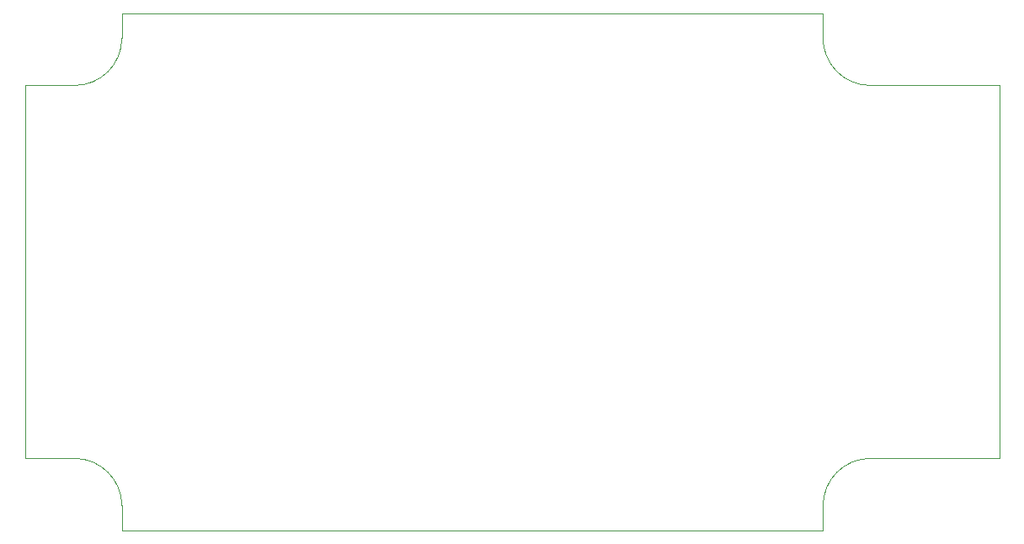
<source format=gbr>
%TF.GenerationSoftware,KiCad,Pcbnew,7.0.5*%
%TF.CreationDate,2023-12-19T11:27:29+01:00*%
%TF.ProjectId,RemoteDevice,52656d6f-7465-4446-9576-6963652e6b69,rev?*%
%TF.SameCoordinates,Original*%
%TF.FileFunction,Profile,NP*%
%FSLAX46Y46*%
G04 Gerber Fmt 4.6, Leading zero omitted, Abs format (unit mm)*
G04 Created by KiCad (PCBNEW 7.0.5) date 2023-12-19 11:27:29*
%MOMM*%
%LPD*%
G01*
G04 APERTURE LIST*
%TA.AperFunction,Profile*%
%ADD10C,0.100000*%
%TD*%
G04 APERTURE END LIST*
D10*
X28000000Y-107750000D02*
X23000000Y-107750000D01*
X103250000Y-112500000D02*
X103250000Y-115000000D01*
X108000000Y-107750000D02*
X121000000Y-107750000D01*
X32750000Y-63000000D02*
X103250000Y-63000000D01*
X121000000Y-70250000D02*
X121000000Y-107750000D01*
X32750000Y-65500000D02*
X32750000Y-63000000D01*
X108000000Y-107750000D02*
G75*
G03*
X103250000Y-112500000I0J-4750000D01*
G01*
X32750000Y-112500000D02*
G75*
G03*
X28000000Y-107750000I-4750000J0D01*
G01*
X23000000Y-107750000D02*
X23000000Y-70250000D01*
X32750000Y-112500000D02*
X32750000Y-115000000D01*
X28000000Y-70250000D02*
X23000000Y-70250000D01*
X103256565Y-65250346D02*
X103250000Y-63000000D01*
X103250000Y-115000000D02*
X32750000Y-115000000D01*
X103256565Y-65250346D02*
G75*
G03*
X108000000Y-70250000I4743435J-249654D01*
G01*
X108000000Y-70250000D02*
X121000000Y-70250000D01*
X28000000Y-70250000D02*
G75*
G03*
X32750000Y-65500000I0J4750000D01*
G01*
M02*

</source>
